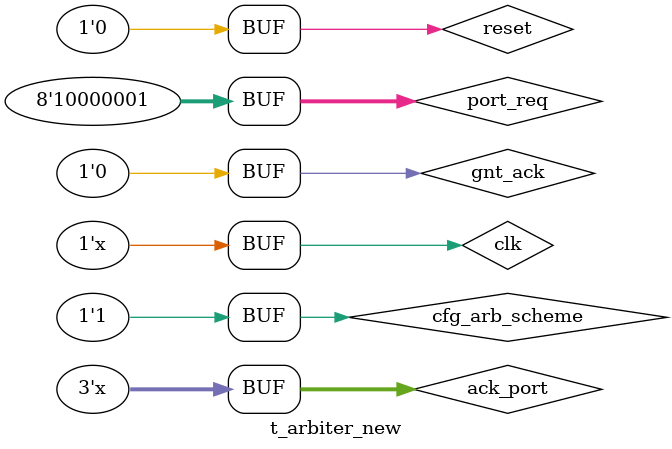
<source format=v>
module t_arbiter_new();
reg clk,reset,gnt_ack,cfg_arb_scheme;
reg [7:0] port_req;
reg [2:0] ack_port;
wire [2:0] gnt_port,high_priority;
wire gnt_valid;


arbiter_new m1(port_req,cfg_arb_scheme,ack_port,gnt_ack,clk,reset,gnt_port,gnt_valid,high_priority);

initial begin
clk=1'b0;reset=1'b1;cfg_arb_scheme=1'b1;
#15 port_req=8'b0;reset=1'b0;
#10 port_req=8'b00010000;
#30 port_req=8'b0;gnt_ack=1'b1;ack_port=3'd4;
#10 port_req=8'b0;gnt_ack=1'b0;ack_port=3'bxxx;
#10 port_req=8'b10000001;
end

always #5 clk=~clk;

endmodule
</source>
